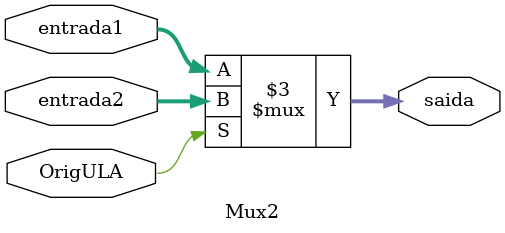
<source format=v>
module Mux2(OrigULA, entrada1, entrada2, saida);

	input	OrigULA;
	input [31:0] entrada1;	//Saída Banco de Registradores: Dado 2
	input [31:0] entrada2;	//Imediato
	
	output reg [31:0] saida;
	
	always @(*) begin
		if(OrigULA)
			saida = entrada2;
		else
			saida = entrada1;
	end

endmodule	
</source>
